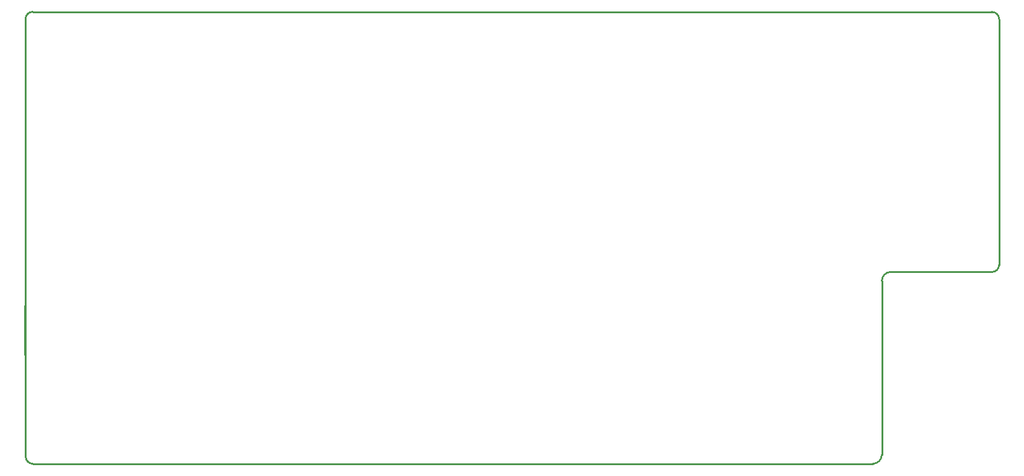
<source format=gm1>
G04*
G04 #@! TF.GenerationSoftware,Altium Limited,Altium Designer,22.0.2 (36)*
G04*
G04 Layer_Color=16711935*
%FSLAX44Y44*%
%MOMM*%
G71*
G04*
G04 #@! TF.SameCoordinates,2F7B36FA-1CAB-4409-8D5E-7B144DD93BD5*
G04*
G04*
G04 #@! TF.FilePolarity,Positive*
G04*
G01*
G75*
%ADD10C,0.1500*%
%ADD12C,0.2540*%
D10*
X-1000Y153000D02*
Y222000D01*
Y153000D02*
Y222000D01*
D12*
X0Y10165D02*
G03*
X10165Y0I10165J0D01*
G01*
X1365000Y625000D02*
G03*
X1355000Y635000I-10000J0D01*
G01*
X9726Y635000D02*
G03*
X0Y625274I0J-9726D01*
G01*
X1355314Y269564D02*
G03*
X1365000Y279250I0J9686D01*
G01*
X1213316Y269564D02*
G03*
X1200616Y256864I0J-12700D01*
G01*
X1187916Y0D02*
G03*
X1200616Y12700I0J12700D01*
G01*
X0Y10165D02*
Y625274D01*
X10165Y0D02*
X907093D01*
X9726Y635000D02*
X1355000Y635000D01*
X1365000Y624840D02*
X1365000Y279250D01*
X1200616Y12700D02*
Y256864D01*
X1365000Y279250D02*
Y281877D01*
X1213316Y269564D02*
X1355314D01*
X1180429Y0D02*
X1187916D01*
X907093D02*
X1180429D01*
X0Y10165D02*
G03*
X10165Y0I10165J0D01*
G01*
X1365000Y625000D02*
G03*
X1355000Y635000I-10000J0D01*
G01*
X9726Y635000D02*
G03*
X0Y625274I0J-9726D01*
G01*
X1355314Y269564D02*
G03*
X1365000Y279250I0J9686D01*
G01*
X1213316Y269564D02*
G03*
X1200616Y256864I0J-12700D01*
G01*
X1187916Y0D02*
G03*
X1200616Y12700I0J12700D01*
G01*
X0Y10165D02*
Y625274D01*
X10165Y0D02*
X907093D01*
X9726Y635000D02*
X1355000Y635000D01*
X1365000Y624840D02*
X1365000Y279250D01*
X1200616Y12700D02*
Y256864D01*
X1365000Y279250D02*
Y281877D01*
X1213316Y269564D02*
X1355314D01*
X1180429Y0D02*
X1187916D01*
X907093D02*
X1180429D01*
M02*

</source>
